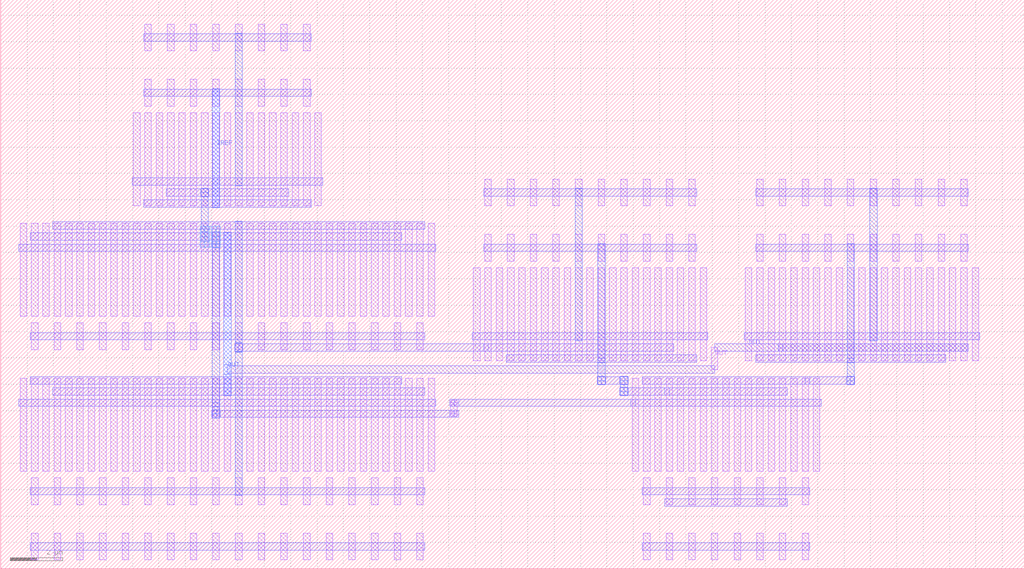
<source format=lef>
MACRO CURRENT_MIRROR_OTA
  ORIGIN 0 0 ;
  FOREIGN CURRENT_MIRROR_OTA 0 0 ;
  SIZE 38.83 BY 21.59 ;
  PIN IREF
    DIRECTION INOUT ;
    USE SIGNAL ;
    PORT 
      LAYER M3 ;
        RECT 8.03 13.7 8.31 18.22 ;
    END
  END IREF
  PIN OUT
    DIRECTION INOUT ;
    USE SIGNAL ;
    PORT 
      LAYER M3 ;
        RECT 8.46 6.56 8.74 12.76 ;
      LAYER M2 ;
        RECT 29.5 8.26 36.72 8.54 ;
      LAYER M3 ;
        RECT 8.46 7.375 8.74 7.745 ;
      LAYER M2 ;
        RECT 8.6 7.42 27.09 7.7 ;
      LAYER M1 ;
        RECT 26.965 7.56 27.215 8.4 ;
      LAYER M2 ;
        RECT 27.09 8.26 29.67 8.54 ;
    END
  END OUT
  OBS 
  LAYER M3 ;
        RECT 8.03 6.14 8.31 12.34 ;
  LAYER M2 ;
        RECT 6.28 14.14 10.92 14.42 ;
  LAYER M2 ;
        RECT 23.91 6.16 31.13 6.44 ;
  LAYER M3 ;
        RECT 8.03 12.18 8.31 12.6 ;
  LAYER M4 ;
        RECT 7.74 12.2 8.17 13 ;
  LAYER M3 ;
        RECT 7.6 12.6 7.88 14.28 ;
  LAYER M2 ;
        RECT 7.58 14.14 7.9 14.42 ;
  LAYER M3 ;
        RECT 8.03 5.88 8.31 6.3 ;
  LAYER M2 ;
        RECT 8.17 5.74 17.2 6.02 ;
  LAYER M1 ;
        RECT 17.075 5.88 17.325 6.3 ;
  LAYER M2 ;
        RECT 17.2 6.16 24.08 6.44 ;
  LAYER M2 ;
        RECT 7.58 14.14 7.9 14.42 ;
  LAYER M3 ;
        RECT 7.6 14.12 7.88 14.44 ;
  LAYER M3 ;
        RECT 7.6 12.415 7.88 12.785 ;
  LAYER M4 ;
        RECT 7.575 12.2 7.905 13 ;
  LAYER M3 ;
        RECT 8.03 12.415 8.31 12.785 ;
  LAYER M4 ;
        RECT 8.005 12.2 8.335 13 ;
  LAYER M2 ;
        RECT 7.58 14.14 7.9 14.42 ;
  LAYER M3 ;
        RECT 7.6 14.12 7.88 14.44 ;
  LAYER M3 ;
        RECT 7.6 12.415 7.88 12.785 ;
  LAYER M4 ;
        RECT 7.575 12.2 7.905 13 ;
  LAYER M3 ;
        RECT 8.03 12.415 8.31 12.785 ;
  LAYER M4 ;
        RECT 8.005 12.2 8.335 13 ;
  LAYER M1 ;
        RECT 17.075 5.795 17.325 5.965 ;
  LAYER M2 ;
        RECT 17.03 5.74 17.37 6.02 ;
  LAYER M1 ;
        RECT 17.075 6.215 17.325 6.385 ;
  LAYER M2 ;
        RECT 17.03 6.16 17.37 6.44 ;
  LAYER M2 ;
        RECT 7.58 14.14 7.9 14.42 ;
  LAYER M3 ;
        RECT 7.6 14.12 7.88 14.44 ;
  LAYER M2 ;
        RECT 8.01 5.74 8.33 6.02 ;
  LAYER M3 ;
        RECT 8.03 5.72 8.31 6.04 ;
  LAYER M3 ;
        RECT 7.6 12.415 7.88 12.785 ;
  LAYER M4 ;
        RECT 7.575 12.2 7.905 13 ;
  LAYER M3 ;
        RECT 8.03 12.415 8.31 12.785 ;
  LAYER M4 ;
        RECT 8.005 12.2 8.335 13 ;
  LAYER M1 ;
        RECT 17.075 5.795 17.325 5.965 ;
  LAYER M2 ;
        RECT 17.03 5.74 17.37 6.02 ;
  LAYER M1 ;
        RECT 17.075 6.215 17.325 6.385 ;
  LAYER M2 ;
        RECT 17.03 6.16 17.37 6.44 ;
  LAYER M2 ;
        RECT 7.58 14.14 7.9 14.42 ;
  LAYER M3 ;
        RECT 7.6 14.12 7.88 14.44 ;
  LAYER M2 ;
        RECT 8.01 5.74 8.33 6.02 ;
  LAYER M3 ;
        RECT 8.03 5.72 8.31 6.04 ;
  LAYER M3 ;
        RECT 7.6 12.415 7.88 12.785 ;
  LAYER M4 ;
        RECT 7.575 12.2 7.905 13 ;
  LAYER M3 ;
        RECT 8.03 12.415 8.31 12.785 ;
  LAYER M4 ;
        RECT 8.005 12.2 8.335 13 ;
  LAYER M2 ;
        RECT 24.34 7 30.7 7.28 ;
  LAYER M3 ;
        RECT 32.11 7.82 32.39 12.34 ;
  LAYER M2 ;
        RECT 30.53 7 32.25 7.28 ;
  LAYER M3 ;
        RECT 32.11 7.14 32.39 7.98 ;
  LAYER M2 ;
        RECT 32.09 7 32.41 7.28 ;
  LAYER M3 ;
        RECT 32.11 6.98 32.39 7.3 ;
  LAYER M2 ;
        RECT 32.09 7 32.41 7.28 ;
  LAYER M3 ;
        RECT 32.11 6.98 32.39 7.3 ;
  LAYER M2 ;
        RECT 25.2 6.58 29.84 6.86 ;
  LAYER M3 ;
        RECT 22.65 7.82 22.93 12.34 ;
  LAYER M2 ;
        RECT 23.65 6.58 25.37 6.86 ;
  LAYER M3 ;
        RECT 23.51 6.72 23.79 7.14 ;
  LAYER M2 ;
        RECT 22.79 7 23.65 7.28 ;
  LAYER M3 ;
        RECT 22.65 7.14 22.93 7.98 ;
  LAYER M2 ;
        RECT 22.63 7 22.95 7.28 ;
  LAYER M3 ;
        RECT 22.65 6.98 22.93 7.3 ;
  LAYER M2 ;
        RECT 23.49 6.58 23.81 6.86 ;
  LAYER M3 ;
        RECT 23.51 6.56 23.79 6.88 ;
  LAYER M2 ;
        RECT 23.49 7 23.81 7.28 ;
  LAYER M3 ;
        RECT 23.51 6.98 23.79 7.3 ;
  LAYER M2 ;
        RECT 22.63 7 22.95 7.28 ;
  LAYER M3 ;
        RECT 22.65 6.98 22.93 7.3 ;
  LAYER M2 ;
        RECT 23.49 6.58 23.81 6.86 ;
  LAYER M3 ;
        RECT 23.51 6.56 23.79 6.88 ;
  LAYER M2 ;
        RECT 23.49 7 23.81 7.28 ;
  LAYER M3 ;
        RECT 23.51 6.98 23.79 7.3 ;
  LAYER M3 ;
        RECT 8.89 2.78 9.17 13.18 ;
  LAYER M2 ;
        RECT 18.32 8.26 25.54 8.54 ;
  LAYER M3 ;
        RECT 8.89 8.215 9.17 8.585 ;
  LAYER M2 ;
        RECT 9.03 8.26 18.49 8.54 ;
  LAYER M2 ;
        RECT 8.87 8.26 9.19 8.54 ;
  LAYER M3 ;
        RECT 8.89 8.24 9.17 8.56 ;
  LAYER M2 ;
        RECT 8.87 8.26 9.19 8.54 ;
  LAYER M3 ;
        RECT 8.89 8.24 9.17 8.56 ;
  LAYER M2 ;
        RECT 24.34 2.8 30.7 3.08 ;
  LAYER M2 ;
        RECT 25.2 2.38 29.84 2.66 ;
  LAYER M1 ;
        RECT 5.465 13.775 5.715 17.305 ;
  LAYER M1 ;
        RECT 5.465 17.555 5.715 18.565 ;
  LAYER M1 ;
        RECT 5.465 19.655 5.715 20.665 ;
  LAYER M1 ;
        RECT 5.035 13.775 5.285 17.305 ;
  LAYER M1 ;
        RECT 5.895 13.775 6.145 17.305 ;
  LAYER M1 ;
        RECT 6.325 13.775 6.575 17.305 ;
  LAYER M1 ;
        RECT 6.325 17.555 6.575 18.565 ;
  LAYER M1 ;
        RECT 6.325 19.655 6.575 20.665 ;
  LAYER M1 ;
        RECT 6.755 13.775 7.005 17.305 ;
  LAYER M1 ;
        RECT 7.185 13.775 7.435 17.305 ;
  LAYER M1 ;
        RECT 7.185 17.555 7.435 18.565 ;
  LAYER M1 ;
        RECT 7.185 19.655 7.435 20.665 ;
  LAYER M1 ;
        RECT 7.615 13.775 7.865 17.305 ;
  LAYER M1 ;
        RECT 8.045 13.775 8.295 17.305 ;
  LAYER M1 ;
        RECT 8.045 17.555 8.295 18.565 ;
  LAYER M1 ;
        RECT 8.045 19.655 8.295 20.665 ;
  LAYER M1 ;
        RECT 8.475 13.775 8.725 17.305 ;
  LAYER M1 ;
        RECT 8.905 13.775 9.155 17.305 ;
  LAYER M1 ;
        RECT 8.905 17.555 9.155 18.565 ;
  LAYER M1 ;
        RECT 8.905 19.655 9.155 20.665 ;
  LAYER M1 ;
        RECT 9.335 13.775 9.585 17.305 ;
  LAYER M1 ;
        RECT 9.765 13.775 10.015 17.305 ;
  LAYER M1 ;
        RECT 9.765 17.555 10.015 18.565 ;
  LAYER M1 ;
        RECT 9.765 19.655 10.015 20.665 ;
  LAYER M1 ;
        RECT 10.195 13.775 10.445 17.305 ;
  LAYER M1 ;
        RECT 10.625 13.775 10.875 17.305 ;
  LAYER M1 ;
        RECT 10.625 17.555 10.875 18.565 ;
  LAYER M1 ;
        RECT 10.625 19.655 10.875 20.665 ;
  LAYER M1 ;
        RECT 11.055 13.775 11.305 17.305 ;
  LAYER M1 ;
        RECT 11.485 13.775 11.735 17.305 ;
  LAYER M1 ;
        RECT 11.485 17.555 11.735 18.565 ;
  LAYER M1 ;
        RECT 11.485 19.655 11.735 20.665 ;
  LAYER M1 ;
        RECT 11.915 13.775 12.165 17.305 ;
  LAYER M2 ;
        RECT 5.42 17.92 11.78 18.2 ;
  LAYER M2 ;
        RECT 5.42 13.72 11.78 14 ;
  LAYER M2 ;
        RECT 4.99 14.56 12.21 14.84 ;
  LAYER M2 ;
        RECT 5.42 20.02 11.78 20.3 ;
  LAYER M3 ;
        RECT 8.03 13.7 8.31 18.22 ;
  LAYER M2 ;
        RECT 6.28 14.14 10.92 14.42 ;
  LAYER M3 ;
        RECT 8.89 14.54 9.17 20.32 ;
  LAYER M1 ;
        RECT 28.685 7.895 28.935 11.425 ;
  LAYER M1 ;
        RECT 28.685 11.675 28.935 12.685 ;
  LAYER M1 ;
        RECT 28.685 13.775 28.935 14.785 ;
  LAYER M1 ;
        RECT 28.255 7.895 28.505 11.425 ;
  LAYER M1 ;
        RECT 29.115 7.895 29.365 11.425 ;
  LAYER M1 ;
        RECT 29.545 7.895 29.795 11.425 ;
  LAYER M1 ;
        RECT 29.545 11.675 29.795 12.685 ;
  LAYER M1 ;
        RECT 29.545 13.775 29.795 14.785 ;
  LAYER M1 ;
        RECT 29.975 7.895 30.225 11.425 ;
  LAYER M1 ;
        RECT 30.405 7.895 30.655 11.425 ;
  LAYER M1 ;
        RECT 30.405 11.675 30.655 12.685 ;
  LAYER M1 ;
        RECT 30.405 13.775 30.655 14.785 ;
  LAYER M1 ;
        RECT 30.835 7.895 31.085 11.425 ;
  LAYER M1 ;
        RECT 31.265 7.895 31.515 11.425 ;
  LAYER M1 ;
        RECT 31.265 11.675 31.515 12.685 ;
  LAYER M1 ;
        RECT 31.265 13.775 31.515 14.785 ;
  LAYER M1 ;
        RECT 31.695 7.895 31.945 11.425 ;
  LAYER M1 ;
        RECT 32.125 7.895 32.375 11.425 ;
  LAYER M1 ;
        RECT 32.125 11.675 32.375 12.685 ;
  LAYER M1 ;
        RECT 32.125 13.775 32.375 14.785 ;
  LAYER M1 ;
        RECT 32.555 7.895 32.805 11.425 ;
  LAYER M1 ;
        RECT 32.985 7.895 33.235 11.425 ;
  LAYER M1 ;
        RECT 32.985 11.675 33.235 12.685 ;
  LAYER M1 ;
        RECT 32.985 13.775 33.235 14.785 ;
  LAYER M1 ;
        RECT 33.415 7.895 33.665 11.425 ;
  LAYER M1 ;
        RECT 33.845 7.895 34.095 11.425 ;
  LAYER M1 ;
        RECT 33.845 11.675 34.095 12.685 ;
  LAYER M1 ;
        RECT 33.845 13.775 34.095 14.785 ;
  LAYER M1 ;
        RECT 34.275 7.895 34.525 11.425 ;
  LAYER M1 ;
        RECT 34.705 7.895 34.955 11.425 ;
  LAYER M1 ;
        RECT 34.705 11.675 34.955 12.685 ;
  LAYER M1 ;
        RECT 34.705 13.775 34.955 14.785 ;
  LAYER M1 ;
        RECT 35.135 7.895 35.385 11.425 ;
  LAYER M1 ;
        RECT 35.565 7.895 35.815 11.425 ;
  LAYER M1 ;
        RECT 35.565 11.675 35.815 12.685 ;
  LAYER M1 ;
        RECT 35.565 13.775 35.815 14.785 ;
  LAYER M1 ;
        RECT 35.995 7.895 36.245 11.425 ;
  LAYER M1 ;
        RECT 36.425 7.895 36.675 11.425 ;
  LAYER M1 ;
        RECT 36.425 11.675 36.675 12.685 ;
  LAYER M1 ;
        RECT 36.425 13.775 36.675 14.785 ;
  LAYER M1 ;
        RECT 36.855 7.895 37.105 11.425 ;
  LAYER M2 ;
        RECT 28.64 12.04 36.72 12.32 ;
  LAYER M2 ;
        RECT 28.64 7.84 35.86 8.12 ;
  LAYER M2 ;
        RECT 28.21 8.68 37.15 8.96 ;
  LAYER M2 ;
        RECT 28.64 14.14 36.72 14.42 ;
  LAYER M3 ;
        RECT 32.11 7.82 32.39 12.34 ;
  LAYER M2 ;
        RECT 29.5 8.26 36.72 8.54 ;
  LAYER M3 ;
        RECT 32.97 8.66 33.25 14.44 ;
  LAYER M1 ;
        RECT 26.105 7.895 26.355 11.425 ;
  LAYER M1 ;
        RECT 26.105 11.675 26.355 12.685 ;
  LAYER M1 ;
        RECT 26.105 13.775 26.355 14.785 ;
  LAYER M1 ;
        RECT 26.535 7.895 26.785 11.425 ;
  LAYER M1 ;
        RECT 25.675 7.895 25.925 11.425 ;
  LAYER M1 ;
        RECT 25.245 7.895 25.495 11.425 ;
  LAYER M1 ;
        RECT 25.245 11.675 25.495 12.685 ;
  LAYER M1 ;
        RECT 25.245 13.775 25.495 14.785 ;
  LAYER M1 ;
        RECT 24.815 7.895 25.065 11.425 ;
  LAYER M1 ;
        RECT 24.385 7.895 24.635 11.425 ;
  LAYER M1 ;
        RECT 24.385 11.675 24.635 12.685 ;
  LAYER M1 ;
        RECT 24.385 13.775 24.635 14.785 ;
  LAYER M1 ;
        RECT 23.955 7.895 24.205 11.425 ;
  LAYER M1 ;
        RECT 23.525 7.895 23.775 11.425 ;
  LAYER M1 ;
        RECT 23.525 11.675 23.775 12.685 ;
  LAYER M1 ;
        RECT 23.525 13.775 23.775 14.785 ;
  LAYER M1 ;
        RECT 23.095 7.895 23.345 11.425 ;
  LAYER M1 ;
        RECT 22.665 7.895 22.915 11.425 ;
  LAYER M1 ;
        RECT 22.665 11.675 22.915 12.685 ;
  LAYER M1 ;
        RECT 22.665 13.775 22.915 14.785 ;
  LAYER M1 ;
        RECT 22.235 7.895 22.485 11.425 ;
  LAYER M1 ;
        RECT 21.805 7.895 22.055 11.425 ;
  LAYER M1 ;
        RECT 21.805 11.675 22.055 12.685 ;
  LAYER M1 ;
        RECT 21.805 13.775 22.055 14.785 ;
  LAYER M1 ;
        RECT 21.375 7.895 21.625 11.425 ;
  LAYER M1 ;
        RECT 20.945 7.895 21.195 11.425 ;
  LAYER M1 ;
        RECT 20.945 11.675 21.195 12.685 ;
  LAYER M1 ;
        RECT 20.945 13.775 21.195 14.785 ;
  LAYER M1 ;
        RECT 20.515 7.895 20.765 11.425 ;
  LAYER M1 ;
        RECT 20.085 7.895 20.335 11.425 ;
  LAYER M1 ;
        RECT 20.085 11.675 20.335 12.685 ;
  LAYER M1 ;
        RECT 20.085 13.775 20.335 14.785 ;
  LAYER M1 ;
        RECT 19.655 7.895 19.905 11.425 ;
  LAYER M1 ;
        RECT 19.225 7.895 19.475 11.425 ;
  LAYER M1 ;
        RECT 19.225 11.675 19.475 12.685 ;
  LAYER M1 ;
        RECT 19.225 13.775 19.475 14.785 ;
  LAYER M1 ;
        RECT 18.795 7.895 19.045 11.425 ;
  LAYER M1 ;
        RECT 18.365 7.895 18.615 11.425 ;
  LAYER M1 ;
        RECT 18.365 11.675 18.615 12.685 ;
  LAYER M1 ;
        RECT 18.365 13.775 18.615 14.785 ;
  LAYER M1 ;
        RECT 17.935 7.895 18.185 11.425 ;
  LAYER M2 ;
        RECT 18.32 12.04 26.4 12.32 ;
  LAYER M2 ;
        RECT 19.18 7.84 26.4 8.12 ;
  LAYER M2 ;
        RECT 17.89 8.68 26.83 8.96 ;
  LAYER M2 ;
        RECT 18.32 14.14 26.4 14.42 ;
  LAYER M3 ;
        RECT 22.65 7.82 22.93 12.34 ;
  LAYER M2 ;
        RECT 18.32 8.26 25.54 8.54 ;
  LAYER M3 ;
        RECT 21.79 8.66 22.07 14.44 ;
  LAYER M1 ;
        RECT 15.785 9.575 16.035 13.105 ;
  LAYER M1 ;
        RECT 15.785 8.315 16.035 9.325 ;
  LAYER M1 ;
        RECT 15.785 3.695 16.035 7.225 ;
  LAYER M1 ;
        RECT 15.785 2.435 16.035 3.445 ;
  LAYER M1 ;
        RECT 15.785 0.335 16.035 1.345 ;
  LAYER M1 ;
        RECT 16.215 9.575 16.465 13.105 ;
  LAYER M1 ;
        RECT 16.215 3.695 16.465 7.225 ;
  LAYER M1 ;
        RECT 15.355 9.575 15.605 13.105 ;
  LAYER M1 ;
        RECT 15.355 3.695 15.605 7.225 ;
  LAYER M1 ;
        RECT 14.925 9.575 15.175 13.105 ;
  LAYER M1 ;
        RECT 14.925 8.315 15.175 9.325 ;
  LAYER M1 ;
        RECT 14.925 3.695 15.175 7.225 ;
  LAYER M1 ;
        RECT 14.925 2.435 15.175 3.445 ;
  LAYER M1 ;
        RECT 14.925 0.335 15.175 1.345 ;
  LAYER M1 ;
        RECT 14.495 9.575 14.745 13.105 ;
  LAYER M1 ;
        RECT 14.495 3.695 14.745 7.225 ;
  LAYER M1 ;
        RECT 14.065 9.575 14.315 13.105 ;
  LAYER M1 ;
        RECT 14.065 8.315 14.315 9.325 ;
  LAYER M1 ;
        RECT 14.065 3.695 14.315 7.225 ;
  LAYER M1 ;
        RECT 14.065 2.435 14.315 3.445 ;
  LAYER M1 ;
        RECT 14.065 0.335 14.315 1.345 ;
  LAYER M1 ;
        RECT 13.635 9.575 13.885 13.105 ;
  LAYER M1 ;
        RECT 13.635 3.695 13.885 7.225 ;
  LAYER M1 ;
        RECT 13.205 9.575 13.455 13.105 ;
  LAYER M1 ;
        RECT 13.205 8.315 13.455 9.325 ;
  LAYER M1 ;
        RECT 13.205 3.695 13.455 7.225 ;
  LAYER M1 ;
        RECT 13.205 2.435 13.455 3.445 ;
  LAYER M1 ;
        RECT 13.205 0.335 13.455 1.345 ;
  LAYER M1 ;
        RECT 12.775 9.575 13.025 13.105 ;
  LAYER M1 ;
        RECT 12.775 3.695 13.025 7.225 ;
  LAYER M1 ;
        RECT 12.345 9.575 12.595 13.105 ;
  LAYER M1 ;
        RECT 12.345 8.315 12.595 9.325 ;
  LAYER M1 ;
        RECT 12.345 3.695 12.595 7.225 ;
  LAYER M1 ;
        RECT 12.345 2.435 12.595 3.445 ;
  LAYER M1 ;
        RECT 12.345 0.335 12.595 1.345 ;
  LAYER M1 ;
        RECT 11.915 9.575 12.165 13.105 ;
  LAYER M1 ;
        RECT 11.915 3.695 12.165 7.225 ;
  LAYER M1 ;
        RECT 11.485 9.575 11.735 13.105 ;
  LAYER M1 ;
        RECT 11.485 8.315 11.735 9.325 ;
  LAYER M1 ;
        RECT 11.485 3.695 11.735 7.225 ;
  LAYER M1 ;
        RECT 11.485 2.435 11.735 3.445 ;
  LAYER M1 ;
        RECT 11.485 0.335 11.735 1.345 ;
  LAYER M1 ;
        RECT 11.055 9.575 11.305 13.105 ;
  LAYER M1 ;
        RECT 11.055 3.695 11.305 7.225 ;
  LAYER M1 ;
        RECT 10.625 9.575 10.875 13.105 ;
  LAYER M1 ;
        RECT 10.625 8.315 10.875 9.325 ;
  LAYER M1 ;
        RECT 10.625 3.695 10.875 7.225 ;
  LAYER M1 ;
        RECT 10.625 2.435 10.875 3.445 ;
  LAYER M1 ;
        RECT 10.625 0.335 10.875 1.345 ;
  LAYER M1 ;
        RECT 10.195 9.575 10.445 13.105 ;
  LAYER M1 ;
        RECT 10.195 3.695 10.445 7.225 ;
  LAYER M1 ;
        RECT 9.765 9.575 10.015 13.105 ;
  LAYER M1 ;
        RECT 9.765 8.315 10.015 9.325 ;
  LAYER M1 ;
        RECT 9.765 3.695 10.015 7.225 ;
  LAYER M1 ;
        RECT 9.765 2.435 10.015 3.445 ;
  LAYER M1 ;
        RECT 9.765 0.335 10.015 1.345 ;
  LAYER M1 ;
        RECT 9.335 9.575 9.585 13.105 ;
  LAYER M1 ;
        RECT 9.335 3.695 9.585 7.225 ;
  LAYER M1 ;
        RECT 8.905 9.575 9.155 13.105 ;
  LAYER M1 ;
        RECT 8.905 8.315 9.155 9.325 ;
  LAYER M1 ;
        RECT 8.905 3.695 9.155 7.225 ;
  LAYER M1 ;
        RECT 8.905 2.435 9.155 3.445 ;
  LAYER M1 ;
        RECT 8.905 0.335 9.155 1.345 ;
  LAYER M1 ;
        RECT 8.475 9.575 8.725 13.105 ;
  LAYER M1 ;
        RECT 8.475 3.695 8.725 7.225 ;
  LAYER M1 ;
        RECT 8.045 9.575 8.295 13.105 ;
  LAYER M1 ;
        RECT 8.045 8.315 8.295 9.325 ;
  LAYER M1 ;
        RECT 8.045 3.695 8.295 7.225 ;
  LAYER M1 ;
        RECT 8.045 2.435 8.295 3.445 ;
  LAYER M1 ;
        RECT 8.045 0.335 8.295 1.345 ;
  LAYER M1 ;
        RECT 7.615 9.575 7.865 13.105 ;
  LAYER M1 ;
        RECT 7.615 3.695 7.865 7.225 ;
  LAYER M1 ;
        RECT 7.185 9.575 7.435 13.105 ;
  LAYER M1 ;
        RECT 7.185 8.315 7.435 9.325 ;
  LAYER M1 ;
        RECT 7.185 3.695 7.435 7.225 ;
  LAYER M1 ;
        RECT 7.185 2.435 7.435 3.445 ;
  LAYER M1 ;
        RECT 7.185 0.335 7.435 1.345 ;
  LAYER M1 ;
        RECT 6.755 9.575 7.005 13.105 ;
  LAYER M1 ;
        RECT 6.755 3.695 7.005 7.225 ;
  LAYER M1 ;
        RECT 6.325 9.575 6.575 13.105 ;
  LAYER M1 ;
        RECT 6.325 8.315 6.575 9.325 ;
  LAYER M1 ;
        RECT 6.325 3.695 6.575 7.225 ;
  LAYER M1 ;
        RECT 6.325 2.435 6.575 3.445 ;
  LAYER M1 ;
        RECT 6.325 0.335 6.575 1.345 ;
  LAYER M1 ;
        RECT 5.895 9.575 6.145 13.105 ;
  LAYER M1 ;
        RECT 5.895 3.695 6.145 7.225 ;
  LAYER M1 ;
        RECT 5.465 9.575 5.715 13.105 ;
  LAYER M1 ;
        RECT 5.465 8.315 5.715 9.325 ;
  LAYER M1 ;
        RECT 5.465 3.695 5.715 7.225 ;
  LAYER M1 ;
        RECT 5.465 2.435 5.715 3.445 ;
  LAYER M1 ;
        RECT 5.465 0.335 5.715 1.345 ;
  LAYER M1 ;
        RECT 5.035 9.575 5.285 13.105 ;
  LAYER M1 ;
        RECT 5.035 3.695 5.285 7.225 ;
  LAYER M1 ;
        RECT 4.605 9.575 4.855 13.105 ;
  LAYER M1 ;
        RECT 4.605 8.315 4.855 9.325 ;
  LAYER M1 ;
        RECT 4.605 3.695 4.855 7.225 ;
  LAYER M1 ;
        RECT 4.605 2.435 4.855 3.445 ;
  LAYER M1 ;
        RECT 4.605 0.335 4.855 1.345 ;
  LAYER M1 ;
        RECT 4.175 9.575 4.425 13.105 ;
  LAYER M1 ;
        RECT 4.175 3.695 4.425 7.225 ;
  LAYER M1 ;
        RECT 3.745 9.575 3.995 13.105 ;
  LAYER M1 ;
        RECT 3.745 8.315 3.995 9.325 ;
  LAYER M1 ;
        RECT 3.745 3.695 3.995 7.225 ;
  LAYER M1 ;
        RECT 3.745 2.435 3.995 3.445 ;
  LAYER M1 ;
        RECT 3.745 0.335 3.995 1.345 ;
  LAYER M1 ;
        RECT 3.315 9.575 3.565 13.105 ;
  LAYER M1 ;
        RECT 3.315 3.695 3.565 7.225 ;
  LAYER M1 ;
        RECT 2.885 9.575 3.135 13.105 ;
  LAYER M1 ;
        RECT 2.885 8.315 3.135 9.325 ;
  LAYER M1 ;
        RECT 2.885 3.695 3.135 7.225 ;
  LAYER M1 ;
        RECT 2.885 2.435 3.135 3.445 ;
  LAYER M1 ;
        RECT 2.885 0.335 3.135 1.345 ;
  LAYER M1 ;
        RECT 2.455 9.575 2.705 13.105 ;
  LAYER M1 ;
        RECT 2.455 3.695 2.705 7.225 ;
  LAYER M1 ;
        RECT 2.025 9.575 2.275 13.105 ;
  LAYER M1 ;
        RECT 2.025 8.315 2.275 9.325 ;
  LAYER M1 ;
        RECT 2.025 3.695 2.275 7.225 ;
  LAYER M1 ;
        RECT 2.025 2.435 2.275 3.445 ;
  LAYER M1 ;
        RECT 2.025 0.335 2.275 1.345 ;
  LAYER M1 ;
        RECT 1.595 9.575 1.845 13.105 ;
  LAYER M1 ;
        RECT 1.595 3.695 1.845 7.225 ;
  LAYER M1 ;
        RECT 1.165 9.575 1.415 13.105 ;
  LAYER M1 ;
        RECT 1.165 8.315 1.415 9.325 ;
  LAYER M1 ;
        RECT 1.165 3.695 1.415 7.225 ;
  LAYER M1 ;
        RECT 1.165 2.435 1.415 3.445 ;
  LAYER M1 ;
        RECT 1.165 0.335 1.415 1.345 ;
  LAYER M1 ;
        RECT 0.735 9.575 0.985 13.105 ;
  LAYER M1 ;
        RECT 0.735 3.695 0.985 7.225 ;
  LAYER M2 ;
        RECT 1.12 8.68 16.08 8.96 ;
  LAYER M2 ;
        RECT 1.98 12.88 16.08 13.16 ;
  LAYER M2 ;
        RECT 1.12 12.46 15.22 12.74 ;
  LAYER M2 ;
        RECT 0.69 12.04 16.51 12.32 ;
  LAYER M2 ;
        RECT 1.12 2.8 16.08 3.08 ;
  LAYER M2 ;
        RECT 1.12 7 15.22 7.28 ;
  LAYER M2 ;
        RECT 1.98 6.58 16.08 6.86 ;
  LAYER M2 ;
        RECT 0.69 6.16 16.51 6.44 ;
  LAYER M2 ;
        RECT 1.12 0.7 16.08 0.98 ;
  LAYER M3 ;
        RECT 8.89 2.78 9.17 13.18 ;
  LAYER M3 ;
        RECT 8.46 6.56 8.74 12.76 ;
  LAYER M3 ;
        RECT 8.03 6.14 8.31 12.34 ;
  LAYER M1 ;
        RECT 24.385 3.695 24.635 7.225 ;
  LAYER M1 ;
        RECT 24.385 2.435 24.635 3.445 ;
  LAYER M1 ;
        RECT 24.385 0.335 24.635 1.345 ;
  LAYER M1 ;
        RECT 23.955 3.695 24.205 7.225 ;
  LAYER M1 ;
        RECT 24.815 3.695 25.065 7.225 ;
  LAYER M1 ;
        RECT 25.245 3.695 25.495 7.225 ;
  LAYER M1 ;
        RECT 25.245 2.435 25.495 3.445 ;
  LAYER M1 ;
        RECT 25.245 0.335 25.495 1.345 ;
  LAYER M1 ;
        RECT 25.675 3.695 25.925 7.225 ;
  LAYER M1 ;
        RECT 26.105 3.695 26.355 7.225 ;
  LAYER M1 ;
        RECT 26.105 2.435 26.355 3.445 ;
  LAYER M1 ;
        RECT 26.105 0.335 26.355 1.345 ;
  LAYER M1 ;
        RECT 26.535 3.695 26.785 7.225 ;
  LAYER M1 ;
        RECT 26.965 3.695 27.215 7.225 ;
  LAYER M1 ;
        RECT 26.965 2.435 27.215 3.445 ;
  LAYER M1 ;
        RECT 26.965 0.335 27.215 1.345 ;
  LAYER M1 ;
        RECT 27.395 3.695 27.645 7.225 ;
  LAYER M1 ;
        RECT 27.825 3.695 28.075 7.225 ;
  LAYER M1 ;
        RECT 27.825 2.435 28.075 3.445 ;
  LAYER M1 ;
        RECT 27.825 0.335 28.075 1.345 ;
  LAYER M1 ;
        RECT 28.255 3.695 28.505 7.225 ;
  LAYER M1 ;
        RECT 28.685 3.695 28.935 7.225 ;
  LAYER M1 ;
        RECT 28.685 2.435 28.935 3.445 ;
  LAYER M1 ;
        RECT 28.685 0.335 28.935 1.345 ;
  LAYER M1 ;
        RECT 29.115 3.695 29.365 7.225 ;
  LAYER M1 ;
        RECT 29.545 3.695 29.795 7.225 ;
  LAYER M1 ;
        RECT 29.545 2.435 29.795 3.445 ;
  LAYER M1 ;
        RECT 29.545 0.335 29.795 1.345 ;
  LAYER M1 ;
        RECT 29.975 3.695 30.225 7.225 ;
  LAYER M1 ;
        RECT 30.405 3.695 30.655 7.225 ;
  LAYER M1 ;
        RECT 30.405 2.435 30.655 3.445 ;
  LAYER M1 ;
        RECT 30.405 0.335 30.655 1.345 ;
  LAYER M1 ;
        RECT 30.835 3.695 31.085 7.225 ;
  LAYER M2 ;
        RECT 24.34 0.7 30.7 0.98 ;
  LAYER M2 ;
        RECT 24.34 7 30.7 7.28 ;
  LAYER M2 ;
        RECT 25.2 6.58 29.84 6.86 ;
  LAYER M2 ;
        RECT 24.34 2.8 30.7 3.08 ;
  LAYER M2 ;
        RECT 25.2 2.38 29.84 2.66 ;
  LAYER M2 ;
        RECT 23.91 6.16 31.13 6.44 ;
  END 
END CURRENT_MIRROR_OTA

</source>
